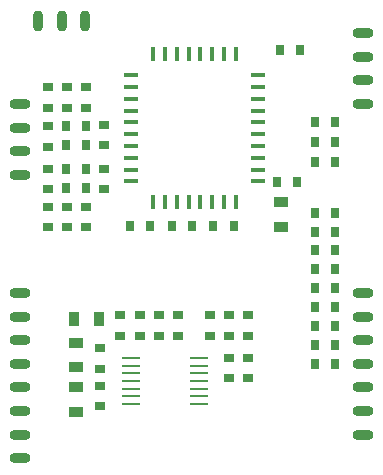
<source format=gbr>
G04 DipTrace 2.4.0.2*
%IN1_Layer_Top_PMask.gbr*%
%MOIN*%
%ADD42R,0.0512X0.0157*%
%ADD44R,0.0157X0.0512*%
%ADD46R,0.063X0.0079*%
%ADD52O,0.0709X0.0335*%
%ADD54O,0.0354X0.0709*%
%ADD56R,0.0512X0.0315*%
%ADD60O,0.0709X0.0354*%
%ADD62R,0.0354X0.0512*%
%ADD64R,0.0321X0.0271*%
%ADD66R,0.0512X0.0354*%
%ADD68R,0.0271X0.0321*%
%FSLAX44Y44*%
G04*
G70*
G90*
G75*
G01*
%LNTopPaste*%
%LPD*%
D68*
X13976Y14803D3*
X14646D3*
X13976Y15472D3*
X14646D3*
X13976Y16142D3*
X14646D3*
D66*
X6024Y7953D3*
Y8780D3*
D64*
X5709Y12638D3*
Y13307D3*
D68*
X6339Y14567D3*
X5669D3*
D62*
X6772Y9567D3*
X5945D3*
D68*
X12717Y14134D3*
X13386D3*
X6339Y13937D3*
X5669D3*
X6339Y15354D3*
X5669D3*
X6339Y15984D3*
X5669D3*
D64*
X5709Y17283D3*
Y16614D3*
D66*
X6024Y6457D3*
Y7283D3*
X12835Y12638D3*
Y13465D3*
D64*
X7480Y9016D3*
Y9685D3*
X8150Y9016D3*
Y9685D3*
X9409Y9016D3*
Y9685D3*
X10472Y9016D3*
Y9685D3*
X11732Y9016D3*
Y9685D3*
D68*
X11260Y12677D3*
X10591D3*
D64*
X5079Y12638D3*
Y13307D3*
Y16614D3*
Y17283D3*
D60*
X4134Y15157D3*
D56*
X4213D3*
D60*
X4134Y14370D3*
D54*
X5531Y19488D3*
X6319D3*
D60*
X4134Y5709D3*
Y6496D3*
D52*
Y7283D3*
D60*
Y8071D3*
Y8858D3*
Y9646D3*
Y10433D3*
D64*
X6811Y7913D3*
D60*
X15591Y5709D3*
D64*
X6811Y8583D3*
D60*
X15591Y6496D3*
Y7283D3*
D64*
X6811Y6654D3*
D60*
X15591Y8071D3*
D64*
X6811Y7323D3*
D60*
X15591Y8858D3*
Y9646D3*
Y10433D3*
Y16732D3*
Y17520D3*
Y18307D3*
Y19094D3*
X4134Y15945D3*
Y16732D3*
D46*
X7835Y8268D3*
Y8012D3*
Y7756D3*
Y7500D3*
Y7244D3*
Y6988D3*
Y6732D3*
X10118D3*
Y6988D3*
Y7244D3*
Y7500D3*
Y7756D3*
Y8012D3*
Y8268D3*
D54*
X4744Y19488D3*
D56*
X4213Y16732D3*
D60*
X4134Y4921D3*
D64*
X6339Y17283D3*
Y16614D3*
X5079Y14567D3*
Y13898D3*
X8780Y9016D3*
Y9685D3*
X11102Y9016D3*
Y9685D3*
X6929Y16024D3*
Y15354D3*
Y13898D3*
Y14567D3*
X6339Y12638D3*
Y13307D3*
X5079Y15984D3*
Y15315D3*
D68*
X14646Y11220D3*
X13976D3*
X14646Y10591D3*
X13976D3*
X14646Y9961D3*
X13976D3*
X14646Y9331D3*
X13976D3*
X14646Y8701D3*
X13976D3*
X14646Y8071D3*
X13976D3*
D64*
X11102Y8268D3*
Y7598D3*
X11732Y8268D3*
Y7598D3*
D68*
X14646Y11850D3*
X13976D3*
X14646Y12480D3*
X13976D3*
X14646Y13110D3*
X13976D3*
X8465Y12677D3*
X7795D3*
X9882D3*
X9213D3*
X13465Y18543D3*
X12795D3*
D44*
X10551Y13465D3*
X10945D3*
X11339D3*
X10157D3*
X9370D3*
X8583D3*
X9764D3*
X8976D3*
D42*
X12067Y14154D3*
X7854D3*
X12067Y14547D3*
Y14941D3*
Y15335D3*
Y15728D3*
Y16122D3*
Y16516D3*
Y16909D3*
Y17303D3*
Y17697D3*
X7854Y14547D3*
Y14941D3*
Y15335D3*
Y15728D3*
Y16122D3*
Y16516D3*
Y16909D3*
Y17303D3*
Y17697D3*
D44*
X10945Y18386D3*
X11339D3*
X10551D3*
X10157D3*
X9764D3*
X9370D3*
X8976D3*
X8583D3*
M02*

</source>
